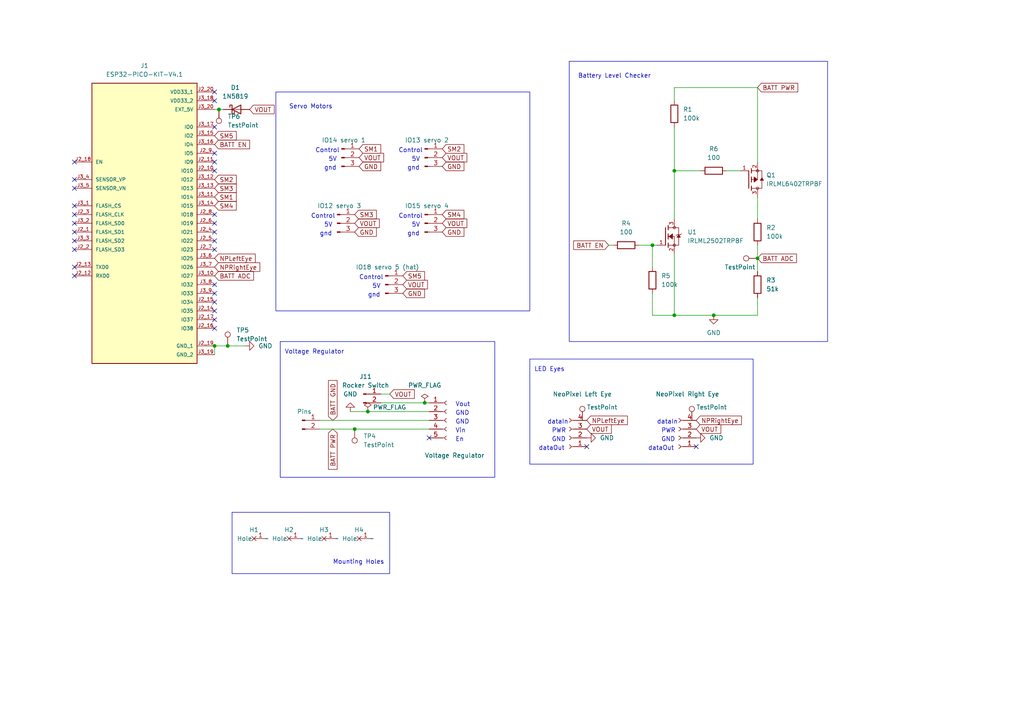
<source format=kicad_sch>
(kicad_sch (version 20230121) (generator eeschema)
  (paper "A4")
  (lib_symbols
    (symbol "Connector:Conn_01x02_Pin" (pin_names (offset 1.016) hide)
      (property "Reference" "J" (at 0 2.54 0))
      (property "Value" "Conn_01x02_Pin" (at 0 -5.08 0))
      (symbol "Conn_01x02_Pin_1_1"
        (polyline (pts (xy 1.27 -2.54) (xy 0.8636 -2.54)) (stroke (width 0.1524)))
        (polyline (pts (xy 1.27 0) (xy 0.8636 0)) (stroke (width 0.1524)))
        (rectangle (start 0.8636 -2.413) (end 0 -2.667) (stroke (width 0.1524)) (fill (type outline)))
        (rectangle (start 0.8636 0.127) (end 0 -0.127) (stroke (width 0.1524)) (fill (type outline)))
        (pin passive line (at 5.08 0 180) (length 3.81) (name "Pin_1") (number "1"))
        (pin passive line (at 5.08 -2.54 180) (length 3.81) (name "Pin_2") (number "2"))
      )
    )
    (symbol "Connector:Conn_01x03_Pin" (pin_names (offset 1.016) hide)
      (property "Reference" "J" (at 0 5.08 0))
      (property "Value" "Conn_01x03_Pin" (at 0 -5.08 0))
      (symbol "Conn_01x03_Pin_1_1"
        (polyline (pts (xy 1.27 -2.54) (xy 0.8636 -2.54)) (stroke (width 0.1524)))
        (polyline (pts (xy 1.27 0) (xy 0.8636 0)) (stroke (width 0.1524)))
        (polyline (pts (xy 1.27 2.54) (xy 0.8636 2.54)) (stroke (width 0.1524)))
        (rectangle (start 0.8636 -2.413) (end 0 -2.667) (stroke (width 0.1524)) (fill (type outline)))
        (rectangle (start 0.8636 0.127) (end 0 -0.127) (stroke (width 0.1524)) (fill (type outline)))
        (rectangle (start 0.8636 2.667) (end 0 2.413) (stroke (width 0.1524)) (fill (type outline)))
        (pin passive line (at 5.08 2.54 180) (length 3.81) (name "Pin_1") (number "1"))
        (pin passive line (at 5.08 0 180) (length 3.81) (name "Pin_2") (number "2"))
        (pin passive line (at 5.08 -2.54 180) (length 3.81) (name "Pin_3") (number "3"))
      )
    )
    (symbol "Connector:Conn_01x04_Socket" (pin_names (offset 1.016) hide)
      (property "Reference" "J" (at 0 5.08 0))
      (property "Value" "Conn_01x04_Socket" (at 0 -7.62 0))
      (symbol "Conn_01x04_Socket_1_1"
        (arc (start 0 -4.572) (mid -0.5058 -5.08) (end 0 -5.588) (stroke (width 0.1524)))
        (arc (start 0 -2.032) (mid -0.5058 -2.54) (end 0 -3.048) (stroke (width 0.1524)))
        (polyline (pts (xy -1.27 -5.08) (xy -0.508 -5.08)) (stroke (width 0.1524)))
        (polyline (pts (xy -1.27 -2.54) (xy -0.508 -2.54)) (stroke (width 0.1524)))
        (polyline (pts (xy -1.27 0) (xy -0.508 0)) (stroke (width 0.1524)))
        (polyline (pts (xy -1.27 2.54) (xy -0.508 2.54)) (stroke (width 0.1524)))
        (arc (start 0 0.508) (mid -0.5058 0) (end 0 -0.508) (stroke (width 0.1524)))
        (arc (start 0 3.048) (mid -0.5058 2.54) (end 0 2.032) (stroke (width 0.1524)))
        (pin passive line (at -5.08 2.54 0) (length 3.81) (name "Pin_1") (number "1"))
        (pin passive line (at -5.08 0 0) (length 3.81) (name "Pin_2") (number "2"))
        (pin passive line (at -5.08 -2.54 0) (length 3.81) (name "Pin_3") (number "3"))
        (pin passive line (at -5.08 -5.08 0) (length 3.81) (name "Pin_4") (number "4"))
      )
    )
    (symbol "Connector:Conn_01x05_Socket" (pin_names (offset 1.016) hide)
      (property "Reference" "J" (at 0 7.62 0))
      (property "Value" "Conn_01x05_Socket" (at 0 -7.62 0))
      (symbol "Conn_01x05_Socket_1_1"
        (arc (start 0 -4.572) (mid -0.5058 -5.08) (end 0 -5.588) (stroke (width 0.1524)))
        (arc (start 0 -2.032) (mid -0.5058 -2.54) (end 0 -3.048) (stroke (width 0.1524)))
        (polyline (pts (xy -1.27 -5.08) (xy -0.508 -5.08)) (stroke (width 0.1524)))
        (polyline (pts (xy -1.27 -2.54) (xy -0.508 -2.54)) (stroke (width 0.1524)))
        (polyline (pts (xy -1.27 0) (xy -0.508 0)) (stroke (width 0.1524)))
        (polyline (pts (xy -1.27 2.54) (xy -0.508 2.54)) (stroke (width 0.1524)))
        (polyline (pts (xy -1.27 5.08) (xy -0.508 5.08)) (stroke (width 0.1524)))
        (arc (start 0 0.508) (mid -0.5058 0) (end 0 -0.508) (stroke (width 0.1524)))
        (arc (start 0 3.048) (mid -0.5058 2.54) (end 0 2.032) (stroke (width 0.1524)))
        (arc (start 0 5.588) (mid -0.5058 5.08) (end 0 4.572) (stroke (width 0.1524)))
        (pin passive line (at -5.08 5.08 0) (length 3.81) (name "Pin_1") (number "1"))
        (pin passive line (at -5.08 2.54 0) (length 3.81) (name "Pin_2") (number "2"))
        (pin passive line (at -5.08 0 0) (length 3.81) (name "Pin_3") (number "3"))
        (pin passive line (at -5.08 -2.54 0) (length 3.81) (name "Pin_4") (number "4"))
        (pin passive line (at -5.08 -5.08 0) (length 3.81) (name "Pin_5") (number "5"))
      )
    )
    (symbol "Connector:TestPoint" (pin_numbers hide) (pin_names (offset 0.762) hide)
      (property "Reference" "TP" (at 0 6.858 0))
      (property "Value" "TestPoint" (at 0 5.08 0))
      (symbol "TestPoint_0_1"
        (circle (center 0 3.302) (radius 0.762))
      )
      (symbol "TestPoint_1_1"
        (pin passive line (at 0 0 90) (length 2.54) (name "1") (number "1"))
      )
    )
    (symbol "Device:R" (pin_numbers hide) (pin_names (offset 0))
      (property "Reference" "R" (at 2.032 0 90))
      (property "Value" "R" (at 0 0 90))
      (symbol "R_0_1"
        (rectangle (start -1.016 -2.54) (end 1.016 2.54) (stroke (width 0.254)))
      )
      (symbol "R_1_1"
        (pin passive line (at 0 3.81 270) (length 1.27) (name "~") (number "1"))
        (pin passive line (at 0 -3.81 90) (length 1.27) (name "~") (number "2"))
      )
    )
    (symbol "Diode:1N5819" (pin_numbers hide) (pin_names (offset 1.016) hide)
      (property "Reference" "D" (at 0 2.54 0))
      (property "Value" "1N5819" (at 0 -2.54 0))
      (symbol "1N5819_0_1"
        (polyline (pts (xy 1.27 0) (xy -1.27 0)))
        (polyline (pts (xy 1.27 1.27) (xy 1.27 -1.27) (xy -1.27 0) (xy 1.27 1.27)) (stroke (width 0.254)))
        (polyline (pts (xy -1.905 0.635) (xy -1.905 1.27) (xy -1.27 1.27) (xy -1.27 -1.27) (xy -0.635 -1.27) (xy -0.635 -0.635)) (stroke (width 0.254)))
      )
      (symbol "1N5819_1_1"
        (pin passive line (at -3.81 0 0) (length 2.54) (name "K") (number "1"))
        (pin passive line (at 3.81 0 180) (length 2.54) (name "A") (number "2"))
      )
    )
    (symbol "ECE319K:MountingHole"
      (property "Reference" "H" (at 0 0 0))
      (symbol "MountingHole_1_1"
        (pin power_in non_logic (at 0 0 180) (length 3.81) (name "Hole") (number "1"))
      )
    )
    (symbol "ESP32-PICO-KIT-V4.1:ESP32-PICO-KIT-V4.1" (pin_names (offset 1.016))
      (property "Reference" "J" (at -15.24 41.91 0))
      (property "Value" "ESP32-PICO-KIT-V4.1" (at -15.24 -43.18 0))
      (symbol "ESP32-PICO-KIT-V4.1_0_0"
        (rectangle (start -15.24 -40.64) (end 15.24 40.64) (stroke (width 0.254)) (fill (type background)))
        (pin bidirectional line (at -20.32 -2.54 0) (length 5.08) (name "FLASH_SD1") (number "J2_1"))
        (pin bidirectional line (at 20.32 15.24 180) (length 5.08) (name "IO10") (number "J2_10"))
        (pin bidirectional line (at 20.32 17.78 180) (length 5.08) (name "IO9") (number "J2_11"))
        (pin bidirectional line (at -20.32 -15.24 0) (length 5.08) (name "RXD0") (number "J2_12"))
        (pin bidirectional line (at -20.32 -12.7 0) (length 5.08) (name "TXD0") (number "J2_13"))
        (pin input line (at 20.32 -25.4 180) (length 5.08) (name "IO35") (number "J2_14"))
        (pin input line (at 20.32 -22.86 180) (length 5.08) (name "IO34") (number "J2_15"))
        (pin input line (at 20.32 -30.48 180) (length 5.08) (name "IO38") (number "J2_16"))
        (pin input line (at 20.32 -27.94 180) (length 5.08) (name "IO37") (number "J2_17"))
        (pin input line (at -20.32 17.78 0) (length 5.08) (name "EN") (number "J2_18"))
        (pin power_in line (at 20.32 -35.56 180) (length 5.08) (name "GND_1") (number "J2_19"))
        (pin bidirectional line (at -20.32 -7.62 0) (length 5.08) (name "FLASH_SD3") (number "J2_2"))
        (pin power_in line (at 20.32 38.1 180) (length 5.08) (name "VDD33_1") (number "J2_20"))
        (pin bidirectional line (at -20.32 2.54 0) (length 5.08) (name "FLASH_CLK") (number "J2_3"))
        (pin bidirectional line (at 20.32 -2.54 180) (length 5.08) (name "IO21") (number "J2_4"))
        (pin bidirectional line (at 20.32 -5.08 180) (length 5.08) (name "IO22") (number "J2_5"))
        (pin bidirectional line (at 20.32 0 180) (length 5.08) (name "IO19") (number "J2_6"))
        (pin bidirectional line (at 20.32 -7.62 180) (length 5.08) (name "IO23") (number "J2_7"))
        (pin bidirectional line (at 20.32 2.54 180) (length 5.08) (name "IO18") (number "J2_8"))
        (pin bidirectional line (at 20.32 20.32 180) (length 5.08) (name "IO5") (number "J2_9"))
        (pin bidirectional line (at -20.32 5.08 0) (length 5.08) (name "FLASH_CS") (number "J3_1"))
        (pin bidirectional line (at 20.32 -15.24 180) (length 5.08) (name "IO27") (number "J3_10"))
        (pin bidirectional line (at 20.32 7.62 180) (length 5.08) (name "IO14") (number "J3_11"))
        (pin bidirectional line (at 20.32 12.7 180) (length 5.08) (name "IO12") (number "J3_12"))
        (pin bidirectional line (at 20.32 10.16 180) (length 5.08) (name "IO13") (number "J3_13"))
        (pin bidirectional line (at 20.32 5.08 180) (length 5.08) (name "IO15") (number "J3_14"))
        (pin bidirectional line (at 20.32 25.4 180) (length 5.08) (name "IO2") (number "J3_15"))
        (pin bidirectional line (at 20.32 22.86 180) (length 5.08) (name "IO4") (number "J3_16"))
        (pin bidirectional line (at 20.32 27.94 180) (length 5.08) (name "IO0") (number "J3_17"))
        (pin power_in line (at 20.32 35.56 180) (length 5.08) (name "VDD33_2") (number "J3_18"))
        (pin power_in line (at 20.32 -38.1 180) (length 5.08) (name "GND_2") (number "J3_19"))
        (pin bidirectional line (at -20.32 0 0) (length 5.08) (name "FLASH_SD0") (number "J3_2"))
        (pin power_in line (at 20.32 33.02 180) (length 5.08) (name "EXT_5V") (number "J3_20"))
        (pin bidirectional line (at -20.32 -5.08 0) (length 5.08) (name "FLASH_SD2") (number "J3_3"))
        (pin input line (at -20.32 12.7 0) (length 5.08) (name "SENSOR_VP") (number "J3_4"))
        (pin input line (at -20.32 10.16 0) (length 5.08) (name "SENSOR_VN") (number "J3_5"))
        (pin bidirectional line (at 20.32 -10.16 180) (length 5.08) (name "IO25") (number "J3_6"))
        (pin bidirectional line (at 20.32 -12.7 180) (length 5.08) (name "IO26") (number "J3_7"))
        (pin bidirectional line (at 20.32 -17.78 180) (length 5.08) (name "IO32") (number "J3_8"))
        (pin bidirectional line (at 20.32 -20.32 180) (length 5.08) (name "IO33") (number "J3_9"))
      )
    )
    (symbol "IRLML2502TRPBF:IRLML2502TRPBF" (pin_names (offset 1.016))
      (property "Reference" "U" (at -11.4527 2.5451 0))
      (property "Value" "IRLML2502TRPBF" (at -11.461 0 0))
      (symbol "IRLML2502TRPBF_0_0"
        (polyline (pts (xy 0 2.54) (xy 0 -2.54)) (stroke (width 0.254)))
        (polyline (pts (xy 0.762 -2.54) (xy 0.762 -3.175)) (stroke (width 0.254)))
        (polyline (pts (xy 0.762 -1.905) (xy 0.762 -2.54)) (stroke (width 0.254)))
        (polyline (pts (xy 0.762 0) (xy 0.762 -0.762)) (stroke (width 0.254)))
        (polyline (pts (xy 0.762 0) (xy 2.54 0)) (stroke (width 0.1524)))
        (polyline (pts (xy 0.762 0.762) (xy 0.762 0)) (stroke (width 0.254)))
        (polyline (pts (xy 0.762 2.54) (xy 0.762 1.905)) (stroke (width 0.254)))
        (polyline (pts (xy 0.762 2.54) (xy 3.81 2.54)) (stroke (width 0.1524)))
        (polyline (pts (xy 0.762 3.175) (xy 0.762 2.54)) (stroke (width 0.254)))
        (polyline (pts (xy 2.54 -2.54) (xy 0.762 -2.54)) (stroke (width 0.1524)))
        (polyline (pts (xy 2.54 -2.54) (xy 3.81 -2.54)) (stroke (width 0.1524)))
        (polyline (pts (xy 2.54 0) (xy 2.54 -2.54)) (stroke (width 0.1524)))
        (polyline (pts (xy 3.302 0.508) (xy 3.048 0.254)) (stroke (width 0.1524)))
        (polyline (pts (xy 3.81 0.508) (xy 3.302 0.508)) (stroke (width 0.1524)))
        (polyline (pts (xy 3.81 0.508) (xy 3.81 -2.54)) (stroke (width 0.1524)))
        (polyline (pts (xy 3.81 2.54) (xy 3.81 0.508)) (stroke (width 0.1524)))
        (polyline (pts (xy 4.318 0.508) (xy 3.81 0.508)) (stroke (width 0.1524)))
        (polyline (pts (xy 4.572 0.762) (xy 4.318 0.508)) (stroke (width 0.1524)))
        (polyline (pts (xy 1.016 0) (xy 2.032 0.762) (xy 2.032 -0.762) (xy 1.016 0)) (stroke (width 0.1524)) (fill (type outline)))
        (polyline (pts (xy 3.81 0.508) (xy 3.302 -0.254) (xy 4.318 -0.254) (xy 3.81 0.508)) (stroke (width 0.1524)) (fill (type outline)))
        (circle (center 2.54 -2.54) (radius 0.3592))
        (circle (center 2.54 2.54) (radius 0.3592))
        (pin passive line (at -2.54 -2.54 0) (length 2.54) (name "~") (number "1"))
        (pin passive line (at 2.54 -5.08 90) (length 2.54) (name "~") (number "2"))
        (pin passive line (at 2.54 5.08 270) (length 2.54) (name "~") (number "3"))
      )
    )
    (symbol "IRLML6402TRPBF:IRLML6402TRPBF" (pin_names (offset 1.016))
      (property "Reference" "Q" (at -11.43 3.81 0))
      (property "Value" "IRLML6402TRPBF" (at -11.43 -8.89 0))
      (symbol "IRLML6402TRPBF_0_0"
        (circle (center 0 -2.54) (radius 0.3592))
        (polyline (pts (xy -2.54 2.54) (xy -2.54 -2.54)) (stroke (width 0.254)))
        (polyline (pts (xy -1.778 -2.54) (xy -1.778 -3.175)) (stroke (width 0.254)))
        (polyline (pts (xy -1.778 -1.905) (xy -1.778 -2.54)) (stroke (width 0.254)))
        (polyline (pts (xy -1.778 0) (xy -1.778 -0.762)) (stroke (width 0.254)))
        (polyline (pts (xy -1.778 0) (xy 0 0)) (stroke (width 0.1524)))
        (polyline (pts (xy -1.778 0.762) (xy -1.778 0)) (stroke (width 0.254)))
        (polyline (pts (xy -1.778 2.54) (xy -1.778 1.905)) (stroke (width 0.254)))
        (polyline (pts (xy -1.778 2.54) (xy 1.27 2.54)) (stroke (width 0.1524)))
        (polyline (pts (xy -1.778 3.175) (xy -1.778 2.54)) (stroke (width 0.254)))
        (polyline (pts (xy 0 -2.54) (xy -1.778 -2.54)) (stroke (width 0.1524)))
        (polyline (pts (xy 0 -2.54) (xy 1.27 -2.54)) (stroke (width 0.1524)))
        (polyline (pts (xy 0 0) (xy 0 -2.54)) (stroke (width 0.1524)))
        (polyline (pts (xy 1.27 -0.508) (xy 1.27 -2.54)) (stroke (width 0.1524)))
        (polyline (pts (xy 1.27 2.54) (xy 1.27 -0.508)) (stroke (width 0.1524)))
        (polyline (pts (xy 0 0) (xy -1.016 -0.762) (xy -1.016 0.762) (xy 0 0)) (stroke (width 0.1524)) (fill (type outline)))
        (polyline (pts (xy 1.27 -0.508) (xy 1.778 0.254) (xy 0.762 0.254) (xy 1.27 -0.508)) (stroke (width 0.1524)) (fill (type outline)))
        (circle (center 0 2.54) (radius 0.3592))
        (pin passive line (at -5.08 -2.54 0) (length 2.54) (name "~") (number "1"))
        (pin passive line (at 0 -5.08 90) (length 2.54) (name "~") (number "2"))
        (pin passive line (at 0 5.08 270) (length 2.54) (name "~") (number "3"))
      )
    )
    (symbol "power:GND" (power) (pin_names (offset 0))
      (property "Value" "GND" (at 0 -3.81 0))
      (symbol "GND_0_1"
        (polyline (pts (xy 0 0) (xy 0 -1.27) (xy 1.27 -1.27) (xy 0 -2.54) (xy -1.27 -1.27) (xy 0 -1.27)))
      )
      (symbol "GND_1_1"
        (pin power_in line (at 0 0 270) (length 0) hide (name "GND") (number "1"))
      )
    )
    (symbol "power:PWR_FLAG" (power) (pin_numbers hide) (pin_names (offset 0) hide)
      (property "Value" "PWR_FLAG" (at 0 3.81 0))
      (symbol "PWR_FLAG_0_0"
        (pin power_out line (at 0 0 90) (length 0) (name "pwr") (number "1"))
      )
      (symbol "PWR_FLAG_0_1"
        (polyline (pts (xy 0 0) (xy 0 1.27) (xy -1.016 1.905) (xy 0 2.54) (xy 1.016 1.905) (xy 0 1.27)))
      )
    )
  )
  (junction (at 207.01 91.44))
  (junction (at 102.87 124.46))
  (junction (at 63.5 31.75))
  (junction (at 189.23 71.12))
  (junction (at 195.58 91.44))
  (junction (at 123.19 116.84))
  (junction (at 219.71 74.93))
  (junction (at 195.58 49.53))
  (junction (at 66.04 100.33))
  (junction (at 106.68 119.38))
  (junction (at 62.23 100.33))
  (no_connect (at 62.23 82.55))
  (no_connect (at 21.59 59.69))
  (no_connect (at 62.23 49.53))
  (no_connect (at 21.59 80.01))
  (no_connect (at 62.23 87.63))
  (no_connect (at 21.59 72.39))
  (no_connect (at 21.59 46.99))
  (no_connect (at 62.23 29.21))
  (no_connect (at 21.59 67.31))
  (no_connect (at 201.93 129.54))
  (no_connect (at 21.59 64.77))
  (no_connect (at 62.23 85.09))
  (no_connect (at 62.23 90.17))
  (no_connect (at 62.23 64.77))
  (no_connect (at 62.23 69.85))
  (no_connect (at 62.23 67.31))
  (no_connect (at 170.18 129.54))
  (no_connect (at 62.23 46.99))
  (no_connect (at 21.59 77.47))
  (no_connect (at 124.46 127))
  (no_connect (at 62.23 95.25))
  (no_connect (at 21.59 52.07))
  (no_connect (at 62.23 62.23))
  (no_connect (at 62.23 26.67))
  (no_connect (at 21.59 69.85))
  (no_connect (at 62.23 36.83))
  (no_connect (at 21.59 54.61))
  (no_connect (at 62.23 44.45))
  (no_connect (at 21.59 62.23))
  (no_connect (at 62.23 92.71))
  (no_connect (at 62.23 72.39))
  (wire (pts (xy 219.71 25.4) (xy 195.58 25.4)))
  (wire (pts (xy 207.01 91.44) (xy 219.71 91.44)))
  (wire (pts (xy 189.23 91.44) (xy 195.58 91.44)))
  (wire (pts (xy 66.04 100.33) (xy 62.23 100.33)))
  (wire (pts (xy 92.71 124.46) (xy 102.87 124.46)))
  (wire (pts (xy 200.66 121.92) (xy 201.93 121.92)))
  (wire (pts (xy 219.71 78.74) (xy 219.71 74.93)))
  (wire (pts (xy 92.71 121.92) (xy 124.46 121.92)))
  (wire (pts (xy 106.68 119.38) (xy 124.46 119.38)))
  (wire (pts (xy 123.19 116.84) (xy 124.46 116.84)))
  (wire (pts (xy 176.53 71.12) (xy 177.8 71.12)))
  (wire (pts (xy 71.12 100.33) (xy 66.04 100.33)))
  (wire (pts (xy 63.5 31.75) (xy 62.23 31.75)))
  (wire (pts (xy 219.71 74.93) (xy 219.71 71.12)))
  (wire (pts (xy 219.71 46.99) (xy 219.71 25.4)))
  (wire (pts (xy 168.91 121.92) (xy 170.18 121.92)))
  (wire (pts (xy 189.23 71.12) (xy 189.23 77.47)))
  (wire (pts (xy 62.23 100.33) (xy 62.23 102.87)))
  (wire (pts (xy 195.58 91.44) (xy 207.01 91.44)))
  (wire (pts (xy 195.58 73.66) (xy 195.58 91.44)))
  (wire (pts (xy 102.87 124.46) (xy 124.46 124.46)))
  (wire (pts (xy 64.77 31.75) (xy 63.5 31.75)))
  (wire (pts (xy 219.71 91.44) (xy 219.71 86.36)))
  (wire (pts (xy 210.82 49.53) (xy 214.63 49.53)))
  (wire (pts (xy 101.6 119.38) (xy 106.68 119.38)))
  (wire (pts (xy 195.58 49.53) (xy 195.58 63.5)))
  (wire (pts (xy 195.58 36.83) (xy 195.58 49.53)))
  (wire (pts (xy 219.71 63.5) (xy 219.71 57.15)))
  (wire (pts (xy 195.58 49.53) (xy 203.2 49.53)))
  (wire (pts (xy 110.49 116.84) (xy 123.19 116.84)))
  (wire (pts (xy 113.03 114.3) (xy 110.49 114.3)))
  (wire (pts (xy 189.23 71.12) (xy 190.5 71.12)))
  (wire (pts (xy 189.23 85.09) (xy 189.23 91.44)))
  (wire (pts (xy 185.42 71.12) (xy 189.23 71.12)))
  (wire (pts (xy 195.58 25.4) (xy 195.58 29.21)))
  (rectangle (start 81.28 99.06) (end 143.51 138.43))
  (rectangle (start 153.67 104.14) (end 218.44 134.62))
  (rectangle (start 165.1 17.78) (end 240.03 99.06))
  (rectangle (start 67.31 148.59) (end 113.03 166.37))
  (rectangle (start 80.01 26.67) (end 153.67 90.17))
  (text "Control\n" (at 104.14 81.28 0) (effects (font (size 1.27 1.27)) (justify left bottom)))
  (text "Control\n" (at 90.17 63.5 0) (effects (font (size 1.27 1.27)) (justify left bottom)))
  (text "GND" (at 191.77 128.27 0) (effects (font (size 1.27 1.27)) (justify left bottom)))
  (text "PWR\n" (at 191.77 125.73 0) (effects (font (size 1.27 1.27)) (justify left bottom)))
  (text "5V\n" (at 93.98 66.04 0) (effects (font (size 1.27 1.27)) (justify left bottom)))
  (text "Control\n" (at 91.44 44.45 0) (effects (font (size 1.27 1.27)) (justify left bottom)))
  (text "dataIn\n" (at 158.75 123.19 0) (effects (font (size 1.27 1.27)) (justify left bottom)))
  (text "GND\n" (at 132.08 123.19 0) (effects (font (size 1.27 1.27)) (justify left bottom)))
  (text "5V\n" (at 119.38 46.99 0) (effects (font (size 1.27 1.27)) (justify left bottom)))
  (text "gnd\n" (at 118.11 49.53 0) (effects (font (size 1.27 1.27)) (justify left bottom)))
  (text "Vout\n" (at 132.08 118.11 0) (effects (font (size 1.27 1.27)) (justify left bottom)))
  (text "Control\n" (at 115.57 63.5 0) (effects (font (size 1.27 1.27)) (justify left bottom)))
  (text "Mounting Holes" (at 96.52 163.83 0) (effects (font (size 1.27 1.27)) (justify left bottom)))
  (text "dataOut\n" (at 187.96 130.81 0) (effects (font (size 1.27 1.27)) (justify left bottom)))
  (text "LED Eyes\n" (at 154.94 107.95 0) (effects (font (size 1.27 1.27)) (justify left bottom)))
  (text "gnd\n" (at 106.68 86.36 0) (effects (font (size 1.27 1.27)) (justify left bottom)))
  (text "GND" (at 160.02 128.27 0) (effects (font (size 1.27 1.27)) (justify left bottom)))
  (text "Servo Motors\n" (at 83.82 31.75 0) (effects (font (size 1.27 1.27)) (justify left bottom)))
  (text "5V\n" (at 107.95 83.82 0) (effects (font (size 1.27 1.27)) (justify left bottom)))
  (text "PWR\n" (at 160.02 125.73 0) (effects (font (size 1.27 1.27)) (justify left bottom)))
  (text "gnd\n" (at 93.98 49.53 0) (effects (font (size 1.27 1.27)) (justify left bottom)))
  (text "Voltage Regulator\n" (at 82.55 102.87 0) (effects (font (size 1.27 1.27)) (justify left bottom)))
  (text "Battery Level Checker\n" (at 167.64 22.86 0) (effects (font (size 1.27 1.27)) (justify left bottom)))
  (text "dataOut\n" (at 156.21 130.81 0) (effects (font (size 1.27 1.27)) (justify left bottom)))
  (text "Control\n" (at 115.57 44.45 0) (effects (font (size 1.27 1.27)) (justify left bottom)))
  (text "5V\n" (at 95.25 46.99 0) (effects (font (size 1.27 1.27)) (justify left bottom)))
  (text "dataIn\n" (at 190.5 123.19 0) (effects (font (size 1.27 1.27)) (justify left bottom)))
  (text "Vin\n" (at 132.08 125.73 0) (effects (font (size 1.27 1.27)) (justify left bottom)))
  (text "5V\n" (at 119.38 66.04 0) (effects (font (size 1.27 1.27)) (justify left bottom)))
  (text "En\n" (at 132.08 128.27 0) (effects (font (size 1.27 1.27)) (justify left bottom)))
  (text "GND\n" (at 132.08 120.65 0) (effects (font (size 1.27 1.27)) (justify left bottom)))
  (text "gnd\n" (at 92.71 68.58 0) (effects (font (size 1.27 1.27)) (justify left bottom)))
  (text "gnd\n" (at 118.11 68.58 0) (effects (font (size 1.27 1.27)) (justify left bottom)))
  (global_label "BATT EN" (shape input) (at 176.53 71.12 180) (property "Intersheetrefs" "${INTERSHEET_REFS}" (effects hide)))
  (global_label "SM5" (shape input) (at 116.84 80.01 0) (property "Intersheetrefs" "${INTERSHEET_REFS}" (effects hide)))
  (global_label "NPLeftEye" (shape input) (at 170.18 121.92 0) (property "Intersheetrefs" "${INTERSHEET_REFS}" (effects hide)))
  (global_label "GND" (shape input) (at 128.27 67.31 0) (property "Intersheetrefs" "${INTERSHEET_REFS}" (effects hide)))
  (global_label "SM2" (shape input) (at 128.27 43.18 0) (property "Intersheetrefs" "${INTERSHEET_REFS}" (effects hide)))
  (global_label "SM3" (shape input) (at 102.87 62.23 0) (property "Intersheetrefs" "${INTERSHEET_REFS}" (effects hide)))
  (global_label "BATT EN" (shape input) (at 62.23 41.91 0) (property "Intersheetrefs" "${INTERSHEET_REFS}" (effects hide)))
  (global_label "VOUT" (shape input) (at 170.18 124.46 0) (property "Intersheetrefs" "${INTERSHEET_REFS}" (effects hide)))
  (global_label "SM2" (shape input) (at 62.23 52.07 0) (property "Intersheetrefs" "${INTERSHEET_REFS}" (effects hide)))
  (global_label "VOUT" (shape input) (at 113.03 114.3 0) (property "Intersheetrefs" "${INTERSHEET_REFS}" (effects hide)))
  (global_label "GND" (shape input) (at 102.87 67.31 0) (property "Intersheetrefs" "${INTERSHEET_REFS}" (effects hide)))
  (global_label "GND" (shape input) (at 104.14 48.26 0) (property "Intersheetrefs" "${INTERSHEET_REFS}" (effects hide)))
  (global_label "NPRightEye" (shape input) (at 201.93 121.92 0) (property "Intersheetrefs" "${INTERSHEET_REFS}" (effects hide)))
  (global_label "SM1" (shape input) (at 62.23 57.15 0) (property "Intersheetrefs" "${INTERSHEET_REFS}" (effects hide)))
  (global_label "GND" (shape input) (at 116.84 85.09 0) (property "Intersheetrefs" "${INTERSHEET_REFS}" (effects hide)))
  (global_label "BATT ADC" (shape input) (at 219.71 74.93 0) (property "Intersheetrefs" "${INTERSHEET_REFS}" (effects hide)))
  (global_label "SM1" (shape input) (at 104.14 43.18 0) (property "Intersheetrefs" "${INTERSHEET_REFS}" (effects hide)))
  (global_label "VOUT" (shape input) (at 201.93 124.46 0) (property "Intersheetrefs" "${INTERSHEET_REFS}" (effects hide)))
  (global_label "NPLeftEye" (shape input) (at 62.23 74.93 0) (property "Intersheetrefs" "${INTERSHEET_REFS}" (effects hide)))
  (global_label "VOUT" (shape input) (at 128.27 64.77 0) (property "Intersheetrefs" "${INTERSHEET_REFS}" (effects hide)))
  (global_label "VOUT" (shape input) (at 102.87 64.77 0) (property "Intersheetrefs" "${INTERSHEET_REFS}" (effects hide)))
  (global_label "SM3" (shape input) (at 62.23 54.61 0) (property "Intersheetrefs" "${INTERSHEET_REFS}" (effects hide)))
  (global_label "BATT ADC" (shape input) (at 62.23 80.01 0) (property "Intersheetrefs" "${INTERSHEET_REFS}" (effects hide)))
  (global_label "BATT PWR" (shape input) (at 96.52 124.46 270) (property "Intersheetrefs" "${INTERSHEET_REFS}" (effects hide)))
  (global_label "GND" (shape input) (at 128.27 48.26 0) (property "Intersheetrefs" "${INTERSHEET_REFS}" (effects hide)))
  (global_label "SM5" (shape input) (at 62.23 39.37 0) (property "Intersheetrefs" "${INTERSHEET_REFS}" (effects hide)))
  (global_label "VOUT" (shape input) (at 104.14 45.72 0) (property "Intersheetrefs" "${INTERSHEET_REFS}" (effects hide)))
  (global_label "NPRightEye" (shape input) (at 62.23 77.47 0) (property "Intersheetrefs" "${INTERSHEET_REFS}" (effects hide)))
  (global_label "VOUT" (shape input) (at 116.84 82.55 0) (property "Intersheetrefs" "${INTERSHEET_REFS}" (effects hide)))
  (global_label "VOUT" (shape input) (at 128.27 45.72 0) (property "Intersheetrefs" "${INTERSHEET_REFS}" (effects hide)))
  (global_label "BATT PWR" (shape input) (at 219.71 25.4 0) (property "Intersheetrefs" "${INTERSHEET_REFS}" (effects hide)))
  (global_label "BATT GND" (shape input) (at 96.52 121.92 90) (property "Intersheetrefs" "${INTERSHEET_REFS}" (effects hide)))
  (global_label "SM4" (shape input) (at 62.23 59.69 0) (property "Intersheetrefs" "${INTERSHEET_REFS}" (effects hide)))
  (global_label "VOUT" (shape input) (at 72.39 31.75 0) (property "Intersheetrefs" "${INTERSHEET_REFS}" (effects hide)))
  (global_label "SM4" (shape input) (at 128.27 62.23 0) (property "Intersheetrefs" "${INTERSHEET_REFS}" (effects hide)))
  (symbol (lib_id "power:GND") (at 71.12 100.33 90) (unit 1)
    (property "Reference" "#PWR04" (effects hide))
    (property "Value" "GND" (at 74.93 100.33 90) (effects (justify right)))
  )
  (symbol (lib_id "Connector:Conn_01x03_Pin") (at 97.79 64.77 0) (unit 1)
    (property "Reference" "J4" (effects hide))
    (property "Value" "IO12 servo 3" (at 98.425 59.69 0))
    (property "Footprint" "Connector_PinHeader_2.54mm:PinHeader_1x03_P2.54mm_Vertical" (effects hide))
  )
  (symbol (lib_id "Diode:1N5819") (at 68.58 31.75 0) (unit 1)
    (property "Reference" "D1" (at 68.2625 25.4 0))
    (property "Value" "1N5819" (at 68.2625 27.94 0))
    (property "Footprint" "Diode_THT:D_DO-41_SOD81_P10.16mm_Horizontal" (effects hide))
    (property "Datasheet" "http://www.vishay.com/docs/88525/1n5817.pdf" (effects hide))
  )
  (symbol (lib_id "power:PWR_FLAG") (at 106.68 119.38 0) (unit 1)
    (property "Reference" "#FLG02" (effects hide))
    (property "Value" "PWR_FLAG" (at 113.03 118.11 0))
  )
  (symbol (lib_id "Device:R") (at 219.71 67.31 0) (unit 1)
    (property "Reference" "R2" (at 222.25 66.04 0) (effects (justify left)))
    (property "Value" "100k" (at 222.25 68.58 0) (effects (justify left)))
    (property "Footprint" "Resistor_SMD:R_0805_2012Metric" (effects hide))
  )
  (symbol (lib_id "Connector:Conn_01x03_Pin") (at 123.19 64.77 0) (unit 1)
    (property "Reference" "J5" (effects hide))
    (property "Value" "IO15 servo 4" (at 123.825 59.69 0))
    (property "Footprint" "Connector_PinHeader_2.54mm:PinHeader_1x03_P2.54mm_Vertical" (effects hide))
  )
  (symbol (lib_id "power:GND") (at 101.6 119.38 180) (unit 1)
    (property "Reference" "#PWR01" (effects hide))
    (property "Value" "GND" (at 101.6 114.3 0))
  )
  (symbol (lib_id "Connector:Conn_01x04_Socket") (at 196.85 127 180) (unit 1)
    (property "Reference" "J10" (effects hide))
    (property "Value" "NeoPixel Right Eye" (at 199.39 114.3 0))
    (property "Footprint" "Connector_PinSocket_2.54mm:PinSocket_1x04_P2.54mm_Vertical" (effects hide))
  )
  (symbol (lib_id "Connector:TestPoint") (at 63.5 31.75 180) (unit 1)
    (property "Reference" "TP6" (at 66.04 33.782 0) (effects (justify right)))
    (property "Value" "TestPoint" (at 66.04 36.322 0) (effects (justify right)))
    (property "Footprint" "TestPoint:TestPoint_Pad_2.0x2.0mm" (effects hide))
  )
  (symbol (lib_id "IRLML6402TRPBF:IRLML6402TRPBF") (at 219.71 52.07 0) (mirror x) (unit 1)
    (property "Reference" "Q1" (at 222.25 50.8 0) (effects (justify left)))
    (property "Value" "IRLML6402TRPBF" (at 222.25 53.34 0) (effects (justify left)))
    (property "Footprint" "dancebot_parts:SOT95P237X112-3N" (effects hide))
    (property "MF" "Infineon" (effects hide))
    (property "Description" "\n                        \n                            P-Channel 20 V 3.7A (Ta) 1.3W (Ta) Surface Mount Micro3â„¢ /SOT-23\n                        \n" (effects hide))
    (property "Package" "SOT-23-3 ON Semiconductor" (effects hide))
    (property "Price" "None" (effects hide))
    (property "Check_prices" "https://www.snapeda.com/parts/IRLML6402TRPBF/Infineon+Technologies/view-part/?ref=eda" (effects hide))
    (property "STANDARD" "IPC-7351B" (effects hide))
    (property "PARTREV" "N/A" (effects hide))
    (property "SnapEDA_Link" "https://www.snapeda.com/parts/IRLML6402TRPBF/Infineon+Technologies/view-part/?ref=snap" (effects hide))
    (property "MP" "IRLML6402TRPBF" (effects hide))
    (property "Availability" "In Stock" (effects hide))
    (property "MANUFACTURER" "International Rectifier" (effects hide))
  )
  (symbol (lib_id "Connector:TestPoint") (at 102.87 124.46 180) (unit 1)
    (property "Reference" "TP4" (at 105.41 126.492 0) (effects (justify right)))
    (property "Value" "TestPoint" (at 105.41 129.032 0) (effects (justify right)))
    (property "Footprint" "TestPoint:TestPoint_Pad_2.0x2.0mm" (effects hide))
  )
  (symbol (lib_id "Connector:Conn_01x04_Socket") (at 165.1 127 180) (unit 1)
    (property "Reference" "J9" (effects hide))
    (property "Value" "NeoPixel Left Eye" (at 168.91 114.3 0))
    (property "Footprint" "Connector_PinSocket_2.54mm:PinSocket_1x04_P2.54mm_Vertical" (effects hide))
  )
  (symbol (lib_id "Device:R") (at 207.01 49.53 90) (unit 1)
    (property "Reference" "R6" (at 207.01 43.18 90))
    (property "Value" "100" (at 207.01 45.72 90))
    (property "Footprint" "Resistor_SMD:R_0805_2012Metric" (effects hide))
  )
  (symbol (lib_id "Device:R") (at 219.71 82.55 0) (unit 1)
    (property "Reference" "R3" (at 222.25 81.28 0) (effects (justify left)))
    (property "Value" "51k" (at 222.25 83.82 0) (effects (justify left)))
    (property "Footprint" "Resistor_SMD:R_0805_2012Metric" (effects hide))
  )
  (symbol (lib_id "Device:R") (at 181.61 71.12 90) (unit 1)
    (property "Reference" "R4" (at 181.61 64.77 90))
    (property "Value" "100" (at 181.61 67.31 90))
    (property "Footprint" "Resistor_SMD:R_0805_2012Metric" (effects hide))
  )
  (symbol (lib_id "Connector:Conn_01x03_Pin") (at 111.76 82.55 0) (unit 1)
    (property "Reference" "J6" (effects hide))
    (property "Value" "IO18 servo 5 (hat)" (at 112.395 77.47 0))
    (property "Footprint" "Connector_PinHeader_2.54mm:PinHeader_1x03_P2.54mm_Vertical" (effects hide))
  )
  (symbol (lib_id "Connector:TestPoint") (at 66.04 100.33 0) (unit 1)
    (property "Reference" "TP5" (at 68.58 95.758 0) (effects (justify left)))
    (property "Value" "TestPoint" (at 68.58 98.298 0) (effects (justify left)))
    (property "Footprint" "TestPoint:TestPoint_Pad_2.0x2.0mm" (effects hide))
  )
  (symbol (lib_id "Device:R") (at 189.23 81.28 0) (unit 1)
    (property "Reference" "R5" (at 191.77 80.01 0) (effects (justify left)))
    (property "Value" "100k" (at 191.77 82.55 0) (effects (justify left)))
    (property "Footprint" "Resistor_SMD:R_0805_2012Metric" (effects hide))
  )
  (symbol (lib_id "ECE319K:MountingHole") (at 107.95 156.21 0) (unit 1)
    (property "Reference" "H4" (at 104.14 153.67 0))
    (property "Value" "~" (at 107.95 156.21 0))
    (property "Footprint" "MountingHole:MountingHole_3.2mm_M3" (effects hide))
  )
  (symbol (lib_id "ESP32-PICO-KIT-V4.1:ESP32-PICO-KIT-V4.1") (at 41.91 64.77 0) (unit 1)
    (property "Reference" "J1" (at 41.91 19.05 0))
    (property "Value" "ESP32-PICO-KIT-V4.1" (at 41.91 21.59 0))
    (property "Footprint" "dancebot_parts:XCVR_ESP32-PICO-KIT-V4.1" (effects hide))
    (property "MF" "Espressif Systems" (effects hide))
    (property "MAXIMUM_PACKAGE_HEIGHT" "10 mm" (effects hide))
    (property "Package" "None" (effects hide))
    (property "Price" "None" (effects hide))
    (property "Check_prices" "https://www.snapeda.com/parts/ESP32-PICO-KIT-V4.1/Espressif+Systems/view-part/?ref=eda" (effects hide))
    (property "STANDARD" "Manufacturer Recommendations" (effects hide))
    (property "PARTREV" "4.1" (effects hide))
    (property "SnapEDA_Link" "https://www.snapeda.com/parts/ESP32-PICO-KIT-V4.1/Espressif+Systems/view-part/?ref=snap" (effects hide))
    (property "MP" "ESP32-PICO-KIT-V4.1" (effects hide))
    (property "Description" "\n                        \n                            WiFi Development Tools (802.11)\n                        \n" (effects hide))
    (property "Availability" "Not in stock" (effects hide))
    (property "MANUFACTURER" "Espressif Systems" (effects hide))
  )
  (symbol (lib_id "Connector:Conn_01x03_Pin") (at 99.06 45.72 0) (unit 1)
    (property "Reference" "J2" (effects hide))
    (property "Value" "IO14 servo 1" (at 99.695 40.64 0))
    (property "Footprint" "Connector_PinHeader_2.54mm:PinHeader_1x03_P2.54mm_Vertical" (effects hide))
  )
  (symbol (lib_id "Connector:Conn_01x02_Pin") (at 87.63 121.92 0) (unit 1)
    (property "Reference" "J8" (effects hide))
    (property "Value" "Pins" (at 88.265 119.38 0))
    (property "Footprint" "Connector_PinHeader_2.54mm:PinHeader_1x02_P2.54mm_Vertical" (effects hide))
  )
  (symbol (lib_id "Connector:TestPoint") (at 219.71 74.93 90) (unit 1)
    (property "Reference" "TP1" (effects hide))
    (property "Value" "TestPoint" (at 214.63 77.47 90))
    (property "Footprint" "TestPoint:TestPoint_Pad_2.0x2.0mm" (effects hide))
  )
  (symbol (lib_id "ECE319K:MountingHole") (at 87.63 156.21 0) (unit 1)
    (property "Reference" "H2" (at 83.82 153.67 0))
    (property "Value" "~" (at 87.63 156.21 0))
    (property "Footprint" "MountingHole:MountingHole_3.2mm_M3" (effects hide))
  )
  (symbol (lib_id "Connector:Conn_01x05_Socket") (at 129.54 121.92 0) (unit 1)
    (property "Reference" "J7" (effects hide))
    (property "Value" "Voltage Regulator" (at 123.19 132.08 0) (effects (justify left)))
    (property "Footprint" "Connector_PinSocket_2.54mm:PinSocket_1x05_P2.54mm_Vertical" (effects hide))
  )
  (symbol (lib_id "power:GND") (at 207.01 91.44 0) (unit 1)
    (property "Reference" "#PWR05" (effects hide))
    (property "Value" "GND" (at 207.01 96.52 0))
  )
  (symbol (lib_id "power:PWR_FLAG") (at 123.19 116.84 0) (unit 1)
    (property "Reference" "#FLG01" (effects hide))
    (property "Value" "PWR_FLAG" (at 123.19 111.76 0))
  )
  (symbol (lib_id "Device:R") (at 195.58 33.02 0) (unit 1)
    (property "Reference" "R1" (at 198.12 31.75 0) (effects (justify left)))
    (property "Value" "100k" (at 198.12 34.29 0) (effects (justify left)))
    (property "Footprint" "Resistor_SMD:R_0805_2012Metric" (effects hide))
  )
  (symbol (lib_id "power:GND") (at 170.18 127 90) (unit 1)
    (property "Reference" "#PWR02" (effects hide))
    (property "Value" "GND" (at 173.99 127 90) (effects (justify right)))
  )
  (symbol (lib_id "ECE319K:MountingHole") (at 97.79 156.21 0) (unit 1)
    (property "Reference" "H3" (at 93.98 153.67 0))
    (property "Value" "~" (at 97.79 156.21 0))
    (property "Footprint" "MountingHole:MountingHole_3.2mm_M3" (effects hide))
  )
  (symbol (lib_id "power:GND") (at 201.93 127 90) (unit 1)
    (property "Reference" "#PWR03" (effects hide))
    (property "Value" "GND" (at 205.74 127 90) (effects (justify right)))
  )
  (symbol (lib_id "Connector:Conn_01x02_Pin") (at 105.41 114.3 0) (unit 1)
    (property "Reference" "J11" (at 106.045 109.22 0))
    (property "Value" "Rocker Switch" (at 106.045 111.76 0))
    (property "Footprint" "Connector_PinHeader_2.54mm:PinHeader_1x02_P2.54mm_Vertical" (effects hide))
  )
  (symbol (lib_id "Connector:TestPoint") (at 168.91 121.92 0) (unit 1)
    (property "Reference" "TP2" (effects hide))
    (property "Value" "TestPoint" (at 170.18 118.11 0) (effects (justify left)))
    (property "Footprint" "TestPoint:TestPoint_Pad_2.0x2.0mm" (effects hide))
  )
  (symbol (lib_id "IRLML2502TRPBF:IRLML2502TRPBF") (at 193.04 68.58 0) (unit 1)
    (property "Reference" "U1" (at 199.39 67.31 0) (effects (justify left)))
    (property "Value" "IRLML2502TRPBF" (at 199.39 69.85 0) (effects (justify left)))
    (property "Footprint" "dancebot_parts:SOT23" (effects hide))
    (property "MF" "onsemi / Fairchild" (effects hide))
    (property "Description" "\n                        \n                            MOSFET, N CHAN, 20V, 4.2A, SOT-23; Transistor Polarity:N Channel; Continuous Drain Current Id:4.2A; Drain Source Voltage Vds:20V; On Resistance Rds(on):0.045ohm; Rds(on) Test Voltage Vgs:4.5V; Threshold Voltage Vgs:1.2V; Power Dissipation Pd:1.25W; Transistor Case Style:SOT-23; No. of Pins:3Pins; Operating Temperature Max:150°C; Product Range:-; Automotive Qualification Standard:-; MSL:-; SVHC:No SVHC (27-Jun-2018); Capacitance Ciss Typ:740pF; Charge Qrr @ Tj = 25°C Typ:8.6nC; Current Id Max:4.2A; Current Idss Max:1µA; Current Temperature:25°C; Device Marking:IRLML2502PBF; External Depth:2.5mm; External Length / Height:1.12mm; External Width:3.05mm; Fall Time tf:26s; Full Power Rating Temperature:25°C; Junction Temperature Tj Max:150°C; Junction Temperature Tj Min:-55°C; N-channel Gate Charge:12nC; No. of Transistors:1; Operating Temperature Min:-55°C; Operating Temperature Range:-55°C to +150°C; Pulse Current Idm:33A; Reverse Recovery Time trr Typ:16ns; Rise Time:10ns; SMD Marking:1G; Tape Width:8mm\n                        \n" (effects hide))
    (property "Package" "None" (effects hide))
    (property "Price" "None" (effects hide))
    (property "SnapEDA_Link" "https://www.snapeda.com/parts/IRLML2502TRPBF/Onsemi/view-part/?ref=snap" (effects hide))
    (property "MP" "IRLML2502TRPBF" (effects hide))
    (property "Availability" "In Stock" (effects hide))
    (property "Check_prices" "https://www.snapeda.com/parts/IRLML2502TRPBF/Onsemi/view-part/?ref=eda" (effects hide))
  )
  (symbol (lib_id "Connector:Conn_01x03_Pin") (at 123.19 45.72 0) (unit 1)
    (property "Reference" "J3" (effects hide))
    (property "Value" "IO13 servo 2" (at 123.825 40.64 0))
    (property "Footprint" "Connector_PinHeader_2.54mm:PinHeader_1x03_P2.54mm_Vertical" (effects hide))
  )
  (symbol (lib_id "Connector:TestPoint") (at 200.66 121.92 0) (unit 1)
    (property "Reference" "TP3" (effects hide))
    (property "Value" "TestPoint" (at 201.93 118.11 0) (effects (justify left)))
    (property "Footprint" "TestPoint:TestPoint_Pad_2.0x2.0mm" (effects hide))
  )
  (symbol (lib_id "ECE319K:MountingHole") (at 77.47 156.21 0) (unit 1)
    (property "Reference" "H1" (at 73.66 153.67 0))
    (property "Value" "~" (at 77.47 156.21 0))
    (property "Footprint" "MountingHole:MountingHole_3.2mm_M3" (effects hide))
  )
)
</source>
